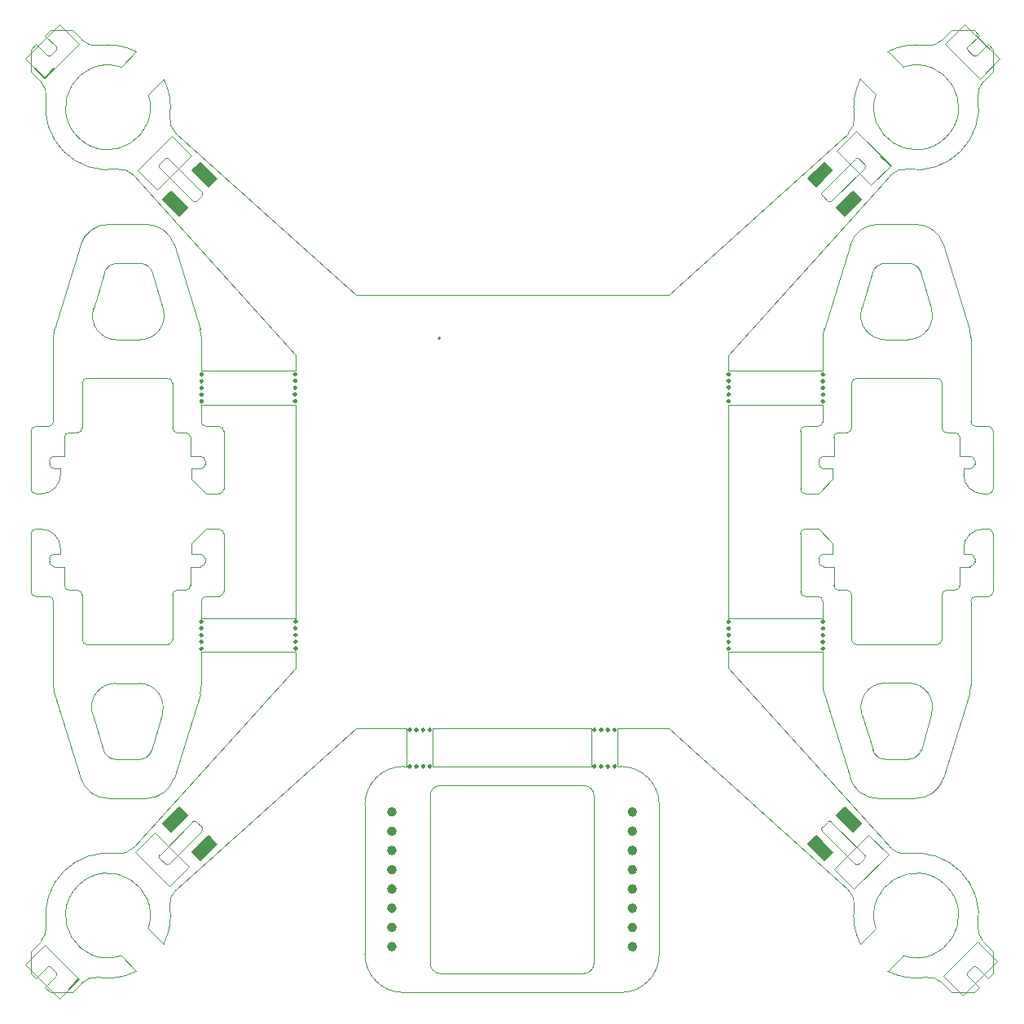
<source format=gbr>
G04 #@! TF.GenerationSoftware,KiCad,Pcbnew,8.99.0-1558-g48f6f837a1*
G04 #@! TF.CreationDate,2024-07-15T18:47:26+03:00*
G04 #@! TF.ProjectId,ESP32 drone,45535033-3220-4647-926f-6e652e6b6963,rev?*
G04 #@! TF.SameCoordinates,Original*
G04 #@! TF.FileFunction,OtherDrawing,Comment*
%FSLAX46Y46*%
G04 Gerber Fmt 4.6, Leading zero omitted, Abs format (unit mm)*
G04 Created by KiCad (PCBNEW 8.99.0-1558-g48f6f837a1) date 2024-07-15 18:47:26*
%MOMM*%
%LPD*%
G01*
G04 APERTURE LIST*
%ADD10C,0.101600*%
%ADD11C,0.250060*%
%ADD12C,0.127000*%
%ADD13C,0.500000*%
%ADD14C,0.000000*%
%ADD15C,0.025400*%
%ADD16C,0.200000*%
G04 #@! TA.AperFunction,Profile*
%ADD17C,0.025400*%
G04 #@! TD*
G04 APERTURE END LIST*
D10*
X93741240Y-119862600D02*
X91691720Y-121912130D01*
X175682910Y-134793740D02*
X177732440Y-136843010D01*
D11*
X163324970Y-72275000D02*
G75*
G02*
X163074910Y-72275000I-125030J0D01*
G01*
X163074910Y-72275000D02*
G75*
G02*
X163324970Y-72275000I125030J0D01*
G01*
X120374480Y-113008410D02*
G75*
G02*
X120124420Y-113008410I-125030J0D01*
G01*
X120124420Y-113008410D02*
G75*
G02*
X120374480Y-113008410I125030J0D01*
G01*
D12*
X164151060Y-121932700D02*
X162473140Y-120254780D01*
D13*
X143647480Y-127742700D02*
G75*
G02*
X143147480Y-127742700I-250000J0D01*
G01*
X143147480Y-127742700D02*
G75*
G02*
X143647480Y-127742700I250000J0D01*
G01*
D10*
X95553790Y-47462690D02*
X91962740Y-51053750D01*
D11*
X122474550Y-109208570D02*
G75*
G02*
X122224490Y-109208570I-125030J0D01*
G01*
X122224490Y-109208570D02*
G75*
G02*
X122474550Y-109208570I125030J0D01*
G01*
D14*
G36*
X100248720Y-51932840D02*
G01*
X99322890Y-52852320D01*
X97557551Y-51085732D01*
X98478340Y-50163730D01*
X100248720Y-51932840D01*
G37*
D11*
X98750030Y-73675000D02*
G75*
G02*
X98499970Y-73675000I-125030J0D01*
G01*
X98499970Y-73675000D02*
G75*
G02*
X98750030Y-73675000I125030J0D01*
G01*
D10*
X181552090Y-39483540D02*
X177961040Y-35892740D01*
D11*
X139577380Y-113008410D02*
G75*
G02*
X139327320Y-113008410I-125030J0D01*
G01*
X139327320Y-113008410D02*
G75*
G02*
X139577380Y-113008410I125030J0D01*
G01*
D12*
X97151190Y-54932830D02*
X95473270Y-53254910D01*
D10*
X91691720Y-121912130D02*
X95282520Y-125503180D01*
D13*
X143647480Y-129742690D02*
G75*
G02*
X143147480Y-129742690I-250000J0D01*
G01*
X143147480Y-129742690D02*
G75*
G02*
X143647480Y-129742690I250000J0D01*
G01*
D12*
X94643710Y-118932710D02*
X95473270Y-119762270D01*
X163321750Y-50254920D02*
X161643830Y-51932840D01*
D11*
X98750030Y-74375000D02*
G75*
G02*
X98499970Y-74375000I-125030J0D01*
G01*
X98499970Y-74375000D02*
G75*
G02*
X98750030Y-74375000I125030J0D01*
G01*
X163325030Y-98675000D02*
G75*
G02*
X163074970Y-98675000I-125030J0D01*
G01*
X163074970Y-98675000D02*
G75*
G02*
X163325030Y-98675000I125030J0D01*
G01*
D12*
X84858610Y-136107930D02*
X85829400Y-135137140D01*
D11*
X108525030Y-99350000D02*
G75*
G02*
X108274970Y-99350000I-125030J0D01*
G01*
X108274970Y-99350000D02*
G75*
G02*
X108525030Y-99350000I125030J0D01*
G01*
X140977430Y-109208570D02*
G75*
G02*
X140727370Y-109208570I-125030J0D01*
G01*
X140727370Y-109208570D02*
G75*
G02*
X140977430Y-109208570I125030J0D01*
G01*
D14*
G36*
X167239682Y-54090550D02*
G01*
X165474343Y-55857138D01*
X164548513Y-54937658D01*
X166318893Y-53168548D01*
X167239682Y-54090550D01*
G37*
D12*
X165473130Y-117254780D02*
X164643820Y-118084350D01*
D11*
X153525030Y-74350000D02*
G75*
G02*
X153274970Y-74350000I-125030J0D01*
G01*
X153274970Y-74350000D02*
G75*
G02*
X153525030Y-74350000I125030J0D01*
G01*
D10*
X164371530Y-123714760D02*
X166421060Y-125764290D01*
D11*
X98725030Y-100050000D02*
G75*
G02*
X98474970Y-100050000I-125030J0D01*
G01*
X98474970Y-100050000D02*
G75*
G02*
X98725030Y-100050000I125030J0D01*
G01*
D12*
X170199560Y-50557180D02*
X169228520Y-49586130D01*
X96321630Y-55762140D02*
X97151190Y-54932830D01*
D13*
X118647530Y-119742710D02*
G75*
G02*
X118147530Y-119742710I-250000J0D01*
G01*
X118147530Y-119742710D02*
G75*
G02*
X118647530Y-119742710I250000J0D01*
G01*
D12*
X99321620Y-52762150D02*
X100151190Y-51932840D01*
D11*
X163325030Y-100775000D02*
G75*
G02*
X163074970Y-100775000I-125030J0D01*
G01*
X163074970Y-100775000D02*
G75*
G02*
X163325030Y-100775000I125030J0D01*
G01*
D13*
X143647480Y-119742710D02*
G75*
G02*
X143147480Y-119742710I-250000J0D01*
G01*
X143147480Y-119742710D02*
G75*
G02*
X143647480Y-119742710I250000J0D01*
G01*
X143647480Y-123742700D02*
G75*
G02*
X143147480Y-123742700I-250000J0D01*
G01*
X143147480Y-123742700D02*
G75*
G02*
X143647480Y-123742700I250000J0D01*
G01*
D12*
X100151190Y-121084340D02*
X99321620Y-120254780D01*
D11*
X163325030Y-97975000D02*
G75*
G02*
X163074970Y-97975000I-125030J0D01*
G01*
X163074970Y-97975000D02*
G75*
G02*
X163325030Y-97975000I125030J0D01*
G01*
D12*
X164643820Y-118084350D02*
X166321740Y-119762270D01*
D11*
X121074500Y-113008410D02*
G75*
G02*
X120824440Y-113008410I-125030J0D01*
G01*
X120824440Y-113008410D02*
G75*
G02*
X121074500Y-113008410I125030J0D01*
G01*
D12*
X167151050Y-54084220D02*
X166321740Y-53254910D01*
X163321750Y-122762260D02*
X164151060Y-121932700D01*
D10*
X83852520Y-35883850D02*
X80261720Y-39474900D01*
D14*
G36*
X167254136Y-118932215D02*
G01*
X166333347Y-119854217D01*
X164562967Y-118085107D01*
X165488797Y-117165627D01*
X167254136Y-118932215D01*
G37*
D11*
X108500030Y-98650000D02*
G75*
G02*
X108249970Y-98650000I-125030J0D01*
G01*
X108249970Y-98650000D02*
G75*
G02*
X108500030Y-98650000I125030J0D01*
G01*
X121074500Y-109208570D02*
G75*
G02*
X120824440Y-109208570I-125030J0D01*
G01*
X120824440Y-109208570D02*
G75*
G02*
X121074500Y-109208570I125030J0D01*
G01*
X122474550Y-113008410D02*
G75*
G02*
X122224490Y-113008410I-125030J0D01*
G01*
X122224490Y-113008410D02*
G75*
G02*
X122474550Y-113008410I125030J0D01*
G01*
D13*
X118647530Y-131742690D02*
G75*
G02*
X118147530Y-131742690I-250000J0D01*
G01*
X118147530Y-131742690D02*
G75*
G02*
X118647530Y-131742690I250000J0D01*
G01*
D10*
X80261720Y-39474900D02*
X82311240Y-41524430D01*
D12*
X162473140Y-120254780D02*
X161643830Y-121084340D01*
D11*
X98725030Y-97975000D02*
G75*
G02*
X98474970Y-97975000I-125030J0D01*
G01*
X98474970Y-97975000D02*
G75*
G02*
X98725030Y-97975000I125030J0D01*
G01*
X153525030Y-75050000D02*
G75*
G02*
X153274970Y-75050000I-125030J0D01*
G01*
X153274970Y-75050000D02*
G75*
G02*
X153525030Y-75050000I125030J0D01*
G01*
D12*
X95473270Y-119762270D02*
X97151190Y-118084350D01*
X100151190Y-51932840D02*
X98473260Y-50254920D01*
D10*
X166421060Y-125764290D02*
X170012110Y-122173240D01*
D12*
X161643830Y-51932840D02*
X162473140Y-52762150D01*
D11*
X153525030Y-72950000D02*
G75*
G02*
X153274970Y-72950000I-125030J0D01*
G01*
X153274970Y-72950000D02*
G75*
G02*
X153525030Y-72950000I125030J0D01*
G01*
X108450030Y-74350000D02*
G75*
G02*
X108199970Y-74350000I-125030J0D01*
G01*
X108199970Y-74350000D02*
G75*
G02*
X108450030Y-74350000I125030J0D01*
G01*
D10*
X166682420Y-46974000D02*
X164632900Y-49023270D01*
D11*
X121774520Y-113008410D02*
G75*
G02*
X121524460Y-113008410I-125030J0D01*
G01*
X121524460Y-113008410D02*
G75*
G02*
X121774520Y-113008410I125030J0D01*
G01*
X120374480Y-109208570D02*
G75*
G02*
X120124420Y-109208570I-125030J0D01*
G01*
X120124420Y-109208570D02*
G75*
G02*
X120374480Y-109208570I125030J0D01*
G01*
D10*
X82311240Y-41524430D02*
X85902040Y-37933380D01*
D12*
X96321630Y-117254780D02*
X94643710Y-118932710D01*
D10*
X82312260Y-131553970D02*
X80262990Y-133603240D01*
D14*
G36*
X164251856Y-121933225D02*
G01*
X163331067Y-122855227D01*
X161560687Y-121086117D01*
X162486517Y-120166637D01*
X164251856Y-121933225D01*
G37*
D10*
X85902040Y-37933380D02*
X83852520Y-35883850D01*
D11*
X153525030Y-97975000D02*
G75*
G02*
X153274970Y-97975000I-125030J0D01*
G01*
X153274970Y-97975000D02*
G75*
G02*
X153525030Y-97975000I125030J0D01*
G01*
D13*
X118647530Y-129742690D02*
G75*
G02*
X118147530Y-129742690I-250000J0D01*
G01*
X118147530Y-129742690D02*
G75*
G02*
X118647530Y-129742690I250000J0D01*
G01*
D11*
X108525030Y-100050000D02*
G75*
G02*
X108274970Y-100050000I-125030J0D01*
G01*
X108274970Y-100050000D02*
G75*
G02*
X108525030Y-100050000I125030J0D01*
G01*
D12*
X162473140Y-52762150D02*
X164151060Y-51084230D01*
D11*
X153525030Y-100775000D02*
G75*
G02*
X153274970Y-100775000I-125030J0D01*
G01*
X153274970Y-100775000D02*
G75*
G02*
X153525030Y-100775000I125030J0D01*
G01*
D10*
X175911770Y-37942010D02*
X179502570Y-41533060D01*
D13*
X118647530Y-125742700D02*
G75*
G02*
X118147530Y-125742700I-250000J0D01*
G01*
X118147530Y-125742700D02*
G75*
G02*
X118647530Y-125742700I250000J0D01*
G01*
D11*
X163325030Y-72975000D02*
G75*
G02*
X163074970Y-72975000I-125030J0D01*
G01*
X163074970Y-72975000D02*
G75*
G02*
X163325030Y-72975000I125030J0D01*
G01*
D12*
X162284920Y-51291490D02*
X163943800Y-51291490D01*
D11*
X141677460Y-109208570D02*
G75*
G02*
X141427400Y-109208570I-125030J0D01*
G01*
X141427400Y-109208570D02*
G75*
G02*
X141677460Y-109208570I125030J0D01*
G01*
D13*
X118647530Y-127742700D02*
G75*
G02*
X118147530Y-127742700I-250000J0D01*
G01*
X118147530Y-127742700D02*
G75*
G02*
X118647530Y-127742700I250000J0D01*
G01*
D12*
X164151060Y-51084230D02*
X163321750Y-50254920D01*
D15*
X119597430Y-136508490D02*
G75*
G02*
X115597410Y-132508500I-30J3999990D01*
G01*
D12*
X166321740Y-119762270D02*
X167151050Y-118932710D01*
D10*
X177961040Y-35892740D02*
X175911770Y-37942010D01*
D11*
X108475030Y-73650000D02*
G75*
G02*
X108224970Y-73650000I-125030J0D01*
G01*
X108224970Y-73650000D02*
G75*
G02*
X108475030Y-73650000I125030J0D01*
G01*
X163325030Y-75075000D02*
G75*
G02*
X163074970Y-75075000I-125030J0D01*
G01*
X163074970Y-75075000D02*
G75*
G02*
X163325030Y-75075000I125030J0D01*
G01*
X163325030Y-74375000D02*
G75*
G02*
X163074970Y-74375000I-125030J0D01*
G01*
X163074970Y-74375000D02*
G75*
G02*
X163325030Y-74375000I125030J0D01*
G01*
D10*
X181323240Y-133252210D02*
X179273710Y-131202680D01*
X170012110Y-122173240D02*
X167962580Y-120123970D01*
D11*
X153525030Y-72250000D02*
G75*
G02*
X153274970Y-72250000I-125030J0D01*
G01*
X153274970Y-72250000D02*
G75*
G02*
X153525030Y-72250000I125030J0D01*
G01*
X140277410Y-113008410D02*
G75*
G02*
X140027350Y-113008410I-125030J0D01*
G01*
X140027350Y-113008410D02*
G75*
G02*
X140277410Y-113008410I125030J0D01*
G01*
D12*
X99321620Y-120254780D02*
X97643700Y-121932700D01*
D11*
X139577380Y-109208570D02*
G75*
G02*
X139327320Y-109208570I-125030J0D01*
G01*
X139327320Y-109208570D02*
G75*
G02*
X139577380Y-109208570I125030J0D01*
G01*
X108525030Y-97950000D02*
G75*
G02*
X108274970Y-97950000I-125030J0D01*
G01*
X108274970Y-97950000D02*
G75*
G02*
X108525030Y-97950000I125030J0D01*
G01*
D10*
X91962740Y-51053750D02*
X94012260Y-53103020D01*
D12*
X94643710Y-54084220D02*
X96321630Y-55762140D01*
D13*
X118647530Y-121742710D02*
G75*
G02*
X118147530Y-121742710I-250000J0D01*
G01*
X118147530Y-121742710D02*
G75*
G02*
X118647530Y-121742710I250000J0D01*
G01*
D10*
X94012260Y-53103020D02*
X97603310Y-49512220D01*
X83853790Y-137194290D02*
X85903310Y-135144760D01*
D11*
X141677460Y-113008410D02*
G75*
G02*
X141427400Y-113008410I-125030J0D01*
G01*
X141427400Y-113008410D02*
G75*
G02*
X141677460Y-113008410I125030J0D01*
G01*
D12*
X98473260Y-122762260D02*
X100151190Y-121084340D01*
D15*
X146197580Y-132508500D02*
G75*
G02*
X142197590Y-136508480I-3999980J0D01*
G01*
D13*
X118647530Y-123742700D02*
G75*
G02*
X118147530Y-123742700I-250000J0D01*
G01*
X118147530Y-123742700D02*
G75*
G02*
X118647530Y-123742700I250000J0D01*
G01*
X118647530Y-117742720D02*
G75*
G02*
X118147530Y-117742720I-250000J0D01*
G01*
X118147530Y-117742720D02*
G75*
G02*
X118647530Y-117742720I250000J0D01*
G01*
D10*
X85903310Y-135144760D02*
X82312260Y-131553970D01*
D11*
X163325030Y-99375000D02*
G75*
G02*
X163074970Y-99375000I-125030J0D01*
G01*
X163074970Y-99375000D02*
G75*
G02*
X163325030Y-99375000I125030J0D01*
G01*
X140277410Y-109208570D02*
G75*
G02*
X140027350Y-109208570I-125030J0D01*
G01*
X140027350Y-109208570D02*
G75*
G02*
X140277410Y-109208570I125030J0D01*
G01*
D10*
X164632900Y-49023270D02*
X168223950Y-52614320D01*
D11*
X121774520Y-109208570D02*
G75*
G02*
X121524460Y-109208570I-125030J0D01*
G01*
X121524460Y-109208570D02*
G75*
G02*
X121774520Y-109208570I125030J0D01*
G01*
D14*
G36*
X97246440Y-54933850D02*
G01*
X96320610Y-55853330D01*
X94555271Y-54086742D01*
X95476060Y-53164740D01*
X97246440Y-54933850D01*
G37*
D11*
X98750030Y-72975000D02*
G75*
G02*
X98499970Y-72975000I-125030J0D01*
G01*
X98499970Y-72975000D02*
G75*
G02*
X98750030Y-72975000I125030J0D01*
G01*
D15*
X119597430Y-136508490D02*
G75*
G02*
X115597410Y-132508500I-30J3999990D01*
G01*
D13*
X143647480Y-131742690D02*
G75*
G02*
X143147480Y-131742690I-250000J0D01*
G01*
X143147480Y-131742690D02*
G75*
G02*
X143647480Y-131742690I250000J0D01*
G01*
D12*
X167151050Y-118932710D02*
X165473130Y-117254780D01*
D10*
X179502570Y-41533060D02*
X181552090Y-39483540D01*
D12*
X166321740Y-53254910D02*
X164643820Y-54932830D01*
D10*
X170273220Y-50564800D02*
X166682420Y-46974000D01*
D11*
X140977430Y-113008410D02*
G75*
G02*
X140727370Y-113008410I-125030J0D01*
G01*
X140727370Y-113008410D02*
G75*
G02*
X140977430Y-113008410I125030J0D01*
G01*
D10*
X168223950Y-52614320D02*
X170273220Y-50564800D01*
X95282520Y-125503180D02*
X97332040Y-123453650D01*
X97603310Y-49512220D02*
X95553790Y-47462690D01*
D11*
X98725030Y-98650000D02*
G75*
G02*
X98474970Y-98650000I-125030J0D01*
G01*
X98474970Y-98650000D02*
G75*
G02*
X98725030Y-98650000I125030J0D01*
G01*
D12*
X164643820Y-54932830D02*
X165473130Y-55762140D01*
X161643830Y-121084340D02*
X163321750Y-122762260D01*
D11*
X98750030Y-75075000D02*
G75*
G02*
X98499970Y-75075000I-125030J0D01*
G01*
X98499970Y-75075000D02*
G75*
G02*
X98750030Y-75075000I125030J0D01*
G01*
D12*
X97643700Y-51084230D02*
X99321620Y-52762150D01*
D10*
X179273710Y-131202680D02*
X175682910Y-134793740D01*
D11*
X153525030Y-98675000D02*
G75*
G02*
X153274970Y-98675000I-125030J0D01*
G01*
X153274970Y-98675000D02*
G75*
G02*
X153525030Y-98675000I125030J0D01*
G01*
X98725030Y-100775000D02*
G75*
G02*
X98474970Y-100775000I-125030J0D01*
G01*
X98474970Y-100775000D02*
G75*
G02*
X98725030Y-100775000I125030J0D01*
G01*
D10*
X167962580Y-120123970D02*
X164371530Y-123714760D01*
D14*
G36*
X164237402Y-51089540D02*
G01*
X162472063Y-52856128D01*
X161546233Y-51936648D01*
X163316613Y-50167538D01*
X164237402Y-51089540D01*
G37*
D11*
X98725030Y-99375000D02*
G75*
G02*
X98474970Y-99375000I-125030J0D01*
G01*
X98474970Y-99375000D02*
G75*
G02*
X98725030Y-99375000I125030J0D01*
G01*
X153525030Y-73625000D02*
G75*
G02*
X153274970Y-73625000I-125030J0D01*
G01*
X153274970Y-73625000D02*
G75*
G02*
X153525030Y-73625000I125030J0D01*
G01*
X108475030Y-72950000D02*
G75*
G02*
X108224970Y-72950000I-125030J0D01*
G01*
X108224970Y-72950000D02*
G75*
G02*
X108475030Y-72950000I125030J0D01*
G01*
X108475030Y-75050000D02*
G75*
G02*
X108224970Y-75050000I-125030J0D01*
G01*
X108224970Y-75050000D02*
G75*
G02*
X108475030Y-75050000I125030J0D01*
G01*
D12*
X81348080Y-40479730D02*
X82318860Y-41450510D01*
X97151190Y-118084350D02*
X96321630Y-117254780D01*
D11*
X163325030Y-100075000D02*
G75*
G02*
X163074970Y-100075000I-125030J0D01*
G01*
X163074970Y-100075000D02*
G75*
G02*
X163325030Y-100075000I125030J0D01*
G01*
D12*
X95473270Y-53254910D02*
X94643710Y-54084220D01*
D11*
X108524970Y-100750000D02*
G75*
G02*
X108274910Y-100750000I-125030J0D01*
G01*
X108274910Y-100750000D02*
G75*
G02*
X108524970Y-100750000I125030J0D01*
G01*
D14*
G36*
X100243113Y-121084207D02*
G01*
X98476525Y-122849546D01*
X97554523Y-121928757D01*
X99323633Y-120158377D01*
X100243113Y-121084207D01*
G37*
D10*
X177732440Y-136843010D02*
X181323240Y-133252210D01*
D11*
X98750030Y-72275000D02*
G75*
G02*
X98499970Y-72275000I-125030J0D01*
G01*
X98499970Y-72275000D02*
G75*
G02*
X98750030Y-72275000I125030J0D01*
G01*
X163325030Y-73675000D02*
G75*
G02*
X163074970Y-73675000I-125030J0D01*
G01*
X163074970Y-73675000D02*
G75*
G02*
X163325030Y-73675000I125030J0D01*
G01*
D12*
X82318860Y-41450510D02*
X83289650Y-40479730D01*
D14*
G36*
X97242103Y-118081927D02*
G01*
X95475515Y-119847266D01*
X94553513Y-118926477D01*
X96322623Y-117156097D01*
X97242103Y-118081927D01*
G37*
D12*
X98473260Y-50254920D02*
X97643700Y-51084230D01*
D11*
X153525030Y-99375000D02*
G75*
G02*
X153274970Y-99375000I-125030J0D01*
G01*
X153274970Y-99375000D02*
G75*
G02*
X153525030Y-99375000I125030J0D01*
G01*
D10*
X80262990Y-133603240D02*
X83853790Y-137194290D01*
D12*
X165473130Y-55762140D02*
X167151050Y-54084220D01*
D13*
X143647480Y-121742710D02*
G75*
G02*
X143147480Y-121742710I-250000J0D01*
G01*
X143147480Y-121742710D02*
G75*
G02*
X143647480Y-121742710I250000J0D01*
G01*
D12*
X97643700Y-121932700D02*
X98473260Y-122762260D01*
D13*
X143647480Y-125742700D02*
G75*
G02*
X143147480Y-125742700I-250000J0D01*
G01*
X143147480Y-125742700D02*
G75*
G02*
X143647480Y-125742700I250000J0D01*
G01*
D15*
X146197580Y-132508500D02*
G75*
G02*
X142197590Y-136508480I-3999980J0D01*
G01*
D13*
X143647480Y-117742720D02*
G75*
G02*
X143147480Y-117742720I-250000J0D01*
G01*
X143147480Y-117742720D02*
G75*
G02*
X143647480Y-117742720I250000J0D01*
G01*
D10*
X97332040Y-123453650D02*
X93741240Y-119862600D01*
D11*
X108475030Y-72250000D02*
G75*
G02*
X108224970Y-72250000I-125030J0D01*
G01*
X108224970Y-72250000D02*
G75*
G02*
X108475030Y-72250000I125030J0D01*
G01*
X153525030Y-100075000D02*
G75*
G02*
X153274970Y-100075000I-125030J0D01*
G01*
X153274970Y-100075000D02*
G75*
G02*
X153525030Y-100075000I125030J0D01*
G01*
D16*
X123422269Y-68500750D02*
G75*
G02*
X123222231Y-68500750I-100019J0D01*
G01*
X123222231Y-68500750D02*
G75*
G02*
X123422269Y-68500750I100019J0D01*
G01*
D17*
X89744997Y-112289635D02*
G75*
G02*
X88445021Y-111346061I-19997J1339735D01*
G01*
X95102180Y-72673720D02*
G75*
G02*
X95602080Y-73173590I20J-499880D01*
G01*
X81961740Y-88343230D02*
G75*
G02*
X83961670Y-90343230I-40J-1999970D01*
G01*
X83961740Y-82673700D02*
X83961740Y-82073750D01*
X108397550Y-97616520D02*
X98602300Y-97616520D01*
X177433230Y-94193360D02*
G75*
G02*
X176933360Y-94693230I-499830J-40D01*
G01*
X97461580Y-92243400D02*
X97461580Y-94193360D01*
X81437740Y-37968170D02*
X80897480Y-38508430D01*
X83961740Y-90943430D02*
X83961740Y-90343230D01*
X97461580Y-78823570D02*
X97461580Y-80773780D01*
X167531290Y-50441860D02*
G75*
G02*
X167549544Y-50794377I-168190J-185440D01*
G01*
X82470500Y-129480560D02*
G75*
G02*
X89824572Y-122074857I6427000J972060D01*
G01*
X163283400Y-82073750D02*
G75*
G02*
X162783250Y-81573620I0J500150D01*
G01*
X146197580Y-132508500D02*
G75*
G02*
X142197590Y-136508480I-3999980J0D01*
G01*
X82811620Y-91743280D02*
X82811620Y-91443300D01*
X98602300Y-104580940D02*
X98602300Y-101116380D01*
X164070152Y-54276373D02*
G75*
G02*
X163717410Y-54258021I-167152J186373D01*
G01*
X162733230Y-84673690D02*
X164233360Y-83173570D01*
X96102170Y-78323690D02*
G75*
G02*
X95602110Y-77823570I30J500090D01*
G01*
X98467930Y-67549010D02*
G75*
G02*
X98602064Y-68435980I-2865630J-886990D01*
G01*
X98665118Y-53335878D02*
G75*
G02*
X98646740Y-53688591I-186418J-167122D01*
G01*
X176602900Y-136508490D02*
X178897540Y-136508490D01*
X180397410Y-88343230D02*
G75*
G02*
X180897570Y-88843360I-10J-500170D01*
G01*
X100425760Y-77673710D02*
X99102170Y-77673710D01*
X95183460Y-123160540D02*
G75*
G02*
X94830706Y-123142199I-167160J186440D01*
G01*
X94263720Y-122575070D02*
X94830727Y-123142180D01*
X179833270Y-84673690D02*
G75*
G02*
X177833310Y-82673700I30J1999990D01*
G01*
X81397610Y-95343220D02*
G75*
G02*
X80897680Y-94843350I-10J499920D01*
G01*
X178264570Y-134794750D02*
G75*
G02*
X178273645Y-134433005I176830J176550D01*
G01*
X153397460Y-101116380D02*
X163192720Y-101116380D01*
X83311500Y-90943430D02*
X83961740Y-90943430D01*
X81397610Y-84673690D02*
X81961740Y-84673690D01*
X108397550Y-101116380D02*
X108397550Y-102768910D01*
X82720950Y-95343220D02*
G75*
G02*
X83220980Y-95843340I-50J-500080D01*
G01*
X99011740Y-91443300D02*
X99011740Y-91743280D01*
X166692840Y-100343210D02*
G75*
G02*
X166192890Y-99843340I-40J499910D01*
G01*
X84361530Y-92243400D02*
X83311500Y-92243400D01*
X139397490Y-133508500D02*
G75*
G02*
X138397490Y-134508490I-999990J0D01*
G01*
X88932770Y-116340890D02*
G75*
G02*
X86066922Y-114227850I30J2999990D01*
G01*
X123397520Y-134508490D02*
G75*
G02*
X122397510Y-133508500I-20J999990D01*
G01*
X172862240Y-56676040D02*
X168904420Y-56676040D01*
X160869130Y-88843360D02*
X160869130Y-94843350D01*
X178573940Y-77173580D02*
X178573940Y-68435980D01*
X98602300Y-75400410D02*
X108397550Y-75400410D01*
X171974260Y-122074430D02*
G75*
G02*
X170202729Y-121433197I-285260J1979630D01*
G01*
X100925890Y-94843350D02*
G75*
G02*
X100425760Y-95343390I-500090J50D01*
G01*
X141847570Y-109008420D02*
X147157950Y-109008420D01*
X95602300Y-95193360D02*
G75*
G02*
X96102170Y-94693500I499900J-40D01*
G01*
X174470000Y-65400000D02*
G75*
G02*
X172081948Y-68639217I-2388100J-739300D01*
G01*
X172081952Y-60719530D02*
G75*
G02*
X173381999Y-61663082I20048J-1339770D01*
G01*
X175573950Y-73173590D02*
X175573950Y-77823570D01*
X82357220Y-37048950D02*
X83530440Y-38222170D01*
X95602300Y-73173590D02*
X95602300Y-77823570D01*
X83355180Y-105467910D02*
G75*
G02*
X83221048Y-104580940I2865820J887010D01*
G01*
X139397490Y-116008400D02*
X139397490Y-133508500D01*
X173392929Y-111321817D02*
G75*
G02*
X172092933Y-112265400I-1280029J396217D01*
G01*
X95102180Y-100343210D02*
X86720940Y-100343210D01*
X178483260Y-80773780D02*
G75*
G02*
X178983220Y-81273650I40J-499920D01*
G01*
X86203290Y-37519610D02*
X85192110Y-36508440D01*
X86221070Y-99843340D02*
X86221070Y-95193360D01*
X100425760Y-77673710D02*
G75*
G02*
X100925690Y-78173580I40J-499890D01*
G01*
X179833270Y-84673690D02*
X180397410Y-84673690D01*
X86720940Y-72673720D02*
X95102180Y-72673720D01*
X166692840Y-72673720D02*
X175073820Y-72673720D01*
X85720940Y-94693230D02*
G75*
G02*
X86221070Y-95193360I-40J-500170D01*
G01*
X89780000Y-68659870D02*
G75*
G02*
X87391948Y-65420705I0J2499870D01*
G01*
X108397550Y-75400410D02*
X108397550Y-97616520D01*
X98602300Y-101116380D02*
X108397550Y-101116380D01*
X86221070Y-77823570D02*
X86221070Y-73173590D01*
X87925410Y-38081460D02*
G75*
G02*
X91858619Y-38722012I972090J-6426940D01*
G01*
X83221070Y-77173580D02*
G75*
G02*
X82720950Y-77673770I-500170J-20D01*
G01*
X167531290Y-50441860D02*
G75*
G02*
X166964112Y-49874679I5365910J5933060D01*
G01*
X89839997Y-60740235D02*
X92230004Y-60740235D01*
X180357020Y-135048750D02*
X180897530Y-134508490D01*
X89820750Y-50942490D02*
G75*
G02*
X91592293Y-51583711I285250J-1979710D01*
G01*
X84361530Y-80773780D02*
X84361530Y-78823570D01*
X177833280Y-90343230D02*
X177833280Y-90943430D01*
X153397460Y-75400410D02*
X163192720Y-75400410D01*
X99011740Y-81573620D02*
G75*
G02*
X98511620Y-82073740I-500140J20D01*
G01*
X108397550Y-102768910D02*
X91592150Y-121433080D01*
X97461580Y-94193360D02*
G75*
G02*
X96961710Y-94693280I-499880J-40D01*
G01*
X178573940Y-104580940D02*
X178573940Y-95843340D01*
X98511620Y-92243400D02*
X97461580Y-92243400D01*
X163192720Y-68435980D02*
G75*
G02*
X163326843Y-67549014I2999980J-20D01*
G01*
X95183510Y-123160585D02*
X98661496Y-119677256D01*
X163192720Y-97616520D02*
X153397460Y-97616520D01*
X82471520Y-129485900D02*
G75*
G02*
X81908689Y-131202719I-1977120J-302500D01*
G01*
X91592150Y-121433080D02*
G75*
G02*
X89820779Y-122074233I-1486150J1338380D01*
G01*
X141847570Y-113008410D02*
X141847570Y-109008420D01*
X122397520Y-116008400D02*
G75*
G02*
X123397520Y-115008420I999980J0D01*
G01*
X179183800Y-133875530D02*
X180357020Y-135048750D01*
X84361530Y-78823570D02*
G75*
G02*
X84861660Y-78323430I500170J-30D01*
G01*
X83530440Y-134795010D02*
X82357220Y-135968230D01*
X99061530Y-84673690D02*
X100425760Y-84673690D01*
X82811620Y-81273650D02*
G75*
G02*
X83311500Y-80773720I499880J50D01*
G01*
X168391949Y-61663098D02*
G75*
G02*
X169691944Y-60719580I1279951J-396202D01*
G01*
X85720940Y-94693230D02*
X84861660Y-94693230D01*
X94618052Y-65420705D02*
X93530000Y-61683803D01*
X164233360Y-89843360D02*
X162733230Y-88343230D01*
X164233360Y-82073750D02*
X163283400Y-82073750D01*
X98511620Y-82073750D02*
X97561660Y-82073750D01*
X82811620Y-81573620D02*
X82811620Y-81273650D01*
X98643256Y-119324741D02*
X98076249Y-118757631D01*
X179437800Y-135968230D02*
X178264570Y-134795010D01*
X82720950Y-77673710D02*
X81397610Y-77673710D01*
X168711880Y-43151300D02*
X167110160Y-41549570D01*
X80897480Y-78173580D02*
G75*
G02*
X81397610Y-77673480I500120J-20D01*
G01*
X163192720Y-75400410D02*
X163192720Y-77173580D01*
X162783270Y-91743280D02*
X162783270Y-91443300D01*
X180897530Y-134508490D02*
X180897530Y-132213860D01*
X169691945Y-60719530D02*
X172081952Y-60719530D01*
X166192710Y-99843340D02*
X166192710Y-95193360D01*
X122647460Y-109008420D02*
X122647460Y-113008410D01*
X165822130Y-125813820D02*
G75*
G02*
X166463325Y-127585197I-1338330J-1486180D01*
G01*
X164333430Y-80773780D02*
X164333430Y-78823570D01*
X176933360Y-78323690D02*
G75*
G02*
X177433310Y-78823570I40J-499910D01*
G01*
X179886360Y-131202680D02*
G75*
G02*
X179323542Y-129485906I1414240J1414280D01*
G01*
X94684850Y-41549570D02*
X93082880Y-43151300D01*
X170202860Y-121433080D02*
X153397460Y-102768910D01*
X178983390Y-81573620D02*
G75*
G02*
X178483260Y-82073690I-500090J20D01*
G01*
X80897480Y-88843360D02*
X80897480Y-94843350D01*
X166192710Y-77823570D02*
X166192710Y-73173590D01*
X97561660Y-83173570D02*
X99061530Y-84673690D01*
X119947440Y-109008420D02*
X119947440Y-113008410D01*
X171540430Y-132693920D02*
X169938450Y-134295900D01*
X94830900Y-49874680D02*
G75*
G02*
X94267926Y-50436653I-5925200J5372780D01*
G01*
X81961740Y-88343230D02*
X81397610Y-88343230D01*
X146197580Y-132508500D02*
X146197580Y-117008400D01*
X165692840Y-94693230D02*
X164833300Y-94693230D01*
X179437800Y-37048950D02*
X178897540Y-36508440D01*
X162692850Y-95343220D02*
G75*
G02*
X163192880Y-95843340I-50J-500080D01*
G01*
X167110162Y-131467609D02*
G75*
G02*
X166463985Y-127581411I5787338J2959109D01*
G01*
X87920070Y-38082470D02*
G75*
G02*
X86203265Y-37519635I-302470J1977170D01*
G01*
X161369250Y-84673690D02*
X162733230Y-84673690D01*
X98511620Y-90943430D02*
G75*
G02*
X99011470Y-91443300I-20J-499870D01*
G01*
X99102170Y-95343220D02*
X100425760Y-95343220D01*
X99011740Y-91743280D02*
G75*
G02*
X98511620Y-92243440I-500140J-20D01*
G01*
X85192110Y-36508440D02*
X82897480Y-36508440D01*
X165822130Y-47203110D02*
X147157950Y-64008510D01*
X87296948Y-107609165D02*
X88445001Y-111346067D01*
X177433230Y-92243400D02*
X177433230Y-94193360D01*
X142197590Y-113008410D02*
G75*
G02*
X146197590Y-117008400I10J-3999990D01*
G01*
X166038790Y-58789060D02*
G75*
G02*
X168904420Y-56676269I2865610J-886940D01*
G01*
X168904420Y-116340890D02*
X172862240Y-116340890D01*
X163192720Y-68435980D02*
X163192720Y-71900540D01*
X82897480Y-36508440D02*
X82357220Y-37048950D01*
X93082110Y-43148760D02*
G75*
G02*
X90249788Y-40321395I-4184650J-1359660D01*
G01*
X81908650Y-131202680D02*
X80897480Y-132213860D01*
X88540001Y-61683803D02*
G75*
G02*
X89839997Y-60740235I1279999J-396197D01*
G01*
X80897480Y-78173580D02*
X80897480Y-84173570D01*
X167549640Y-122222455D02*
X164066311Y-118744469D01*
X87391948Y-65420705D02*
X88540001Y-61683803D01*
X84361530Y-94193360D02*
X84361530Y-92243400D01*
X166192710Y-77823570D02*
G75*
G02*
X165692840Y-78323510I-499910J-30D01*
G01*
X163192720Y-101116380D02*
X163192720Y-104580940D01*
X175573950Y-95193360D02*
X175573950Y-99843340D01*
X123247410Y-64008510D02*
X138547610Y-64008510D01*
X153397460Y-71900540D02*
X153397460Y-70248020D01*
X88932770Y-116340890D02*
X92890340Y-116340890D01*
X167549330Y-122222510D02*
G75*
G02*
X167531050Y-122575055I-186230J-167090D01*
G01*
X171981630Y-122073420D02*
G75*
G02*
X179322745Y-129491742I915970J-6435080D01*
G01*
X83355180Y-105467910D02*
X86066890Y-114228120D01*
X95972890Y-125813820D02*
X114637060Y-109008420D01*
X83961740Y-82673700D02*
G75*
G02*
X81961740Y-84673740I-2000040J0D01*
G01*
X83311500Y-82073750D02*
G75*
G02*
X82811350Y-81573620I0J500150D01*
G01*
X94830900Y-49874680D02*
G75*
G02*
X95183388Y-49856470I185400J-168120D01*
G01*
X162783270Y-81273650D02*
G75*
G02*
X163283400Y-80773570I500130J-50D01*
G01*
X177833280Y-90343230D02*
G75*
G02*
X179833270Y-88343180I2000020J30D01*
G01*
X178573940Y-104580940D02*
G75*
G02*
X178439814Y-105467905I-3000040J40D01*
G01*
X92890340Y-56676040D02*
X88932770Y-56676040D01*
X84861660Y-94693230D02*
G75*
G02*
X84361870Y-94193360I40J499830D01*
G01*
X122647460Y-113008410D02*
X139147550Y-113008410D01*
X81397610Y-84673690D02*
G75*
G02*
X80897510Y-84173570I-10J500090D01*
G01*
X97561660Y-90943430D02*
X98511620Y-90943430D01*
X169702926Y-112265385D02*
X172092933Y-112265385D01*
X81397610Y-95343220D02*
X82720950Y-95343220D01*
X119597430Y-136508490D02*
X142197590Y-136508490D01*
X178983390Y-91443300D02*
X178983390Y-91743280D01*
X163283400Y-90943430D02*
X164233360Y-90943430D01*
X177433230Y-80773780D02*
X178483260Y-80773780D01*
X167243896Y-65400000D02*
X168391949Y-61663098D01*
X177833280Y-90943430D02*
X178483260Y-90943430D01*
X83221070Y-95843340D02*
X83221070Y-104580940D01*
X98602300Y-71900540D02*
X98602300Y-68435980D01*
X90254590Y-40323010D02*
X91856560Y-38721030D01*
X160869130Y-88843360D02*
G75*
G02*
X161369250Y-88343230I500170J-40D01*
G01*
X180897530Y-94843350D02*
G75*
G02*
X180397410Y-95343430I-500130J50D01*
G01*
X98643256Y-119324741D02*
G75*
G02*
X98661521Y-119677278I-168256J-185459D01*
G01*
X171537890Y-40323770D02*
G75*
G02*
X168710544Y-43156180I1359710J-4184630D01*
G01*
X82971140Y-39134800D02*
G75*
G02*
X83523847Y-38582097I5926260J-5373600D01*
G01*
X138397490Y-115008410D02*
G75*
G02*
X139397490Y-116008400I10J-999990D01*
G01*
X83526630Y-38218110D02*
G75*
G02*
X83521602Y-38584177I-173130J-180690D01*
G01*
X163151814Y-53692484D02*
X163718821Y-54259594D01*
X108397550Y-70248020D02*
X108397550Y-71900540D01*
X83311500Y-80773780D02*
X84361530Y-80773780D01*
X166964110Y-123142250D02*
G75*
G02*
X166611620Y-123160474I-185410J168150D01*
G01*
X178983390Y-91743280D02*
G75*
G02*
X178483260Y-92243390I-500090J-20D01*
G01*
X178983390Y-81273650D02*
X178983390Y-81573620D01*
X163713796Y-118762709D02*
G75*
G02*
X164066285Y-118744498I185404J-168191D01*
G01*
X80897480Y-40803070D02*
X81908650Y-41814240D01*
X83523840Y-134434830D02*
G75*
G02*
X82971137Y-133882134I5373660J5926430D01*
G01*
X178573940Y-95843340D02*
G75*
G02*
X179073810Y-95343440I499860J40D01*
G01*
X163151814Y-53692484D02*
G75*
G02*
X163133624Y-53340014I168186J185384D01*
G01*
X92135000Y-104370000D02*
X89685000Y-104370000D01*
X179886360Y-41814240D02*
X180897530Y-40803070D01*
X97561660Y-82073750D02*
X97561660Y-83173570D01*
X97461580Y-80773780D02*
X98511620Y-80773780D01*
X95756230Y-114227860D02*
G75*
G02*
X92890340Y-116340942I-2865930J886960D01*
G01*
X94245430Y-50794410D02*
G75*
G02*
X94263687Y-50441824I186470J167110D01*
G01*
X179073810Y-77673710D02*
G75*
G02*
X178573690Y-77173580I-10J500110D01*
G01*
X100925890Y-84173570D02*
G75*
G02*
X100425760Y-84673690I-500090J-30D01*
G01*
X83311500Y-92243400D02*
G75*
G02*
X82811400Y-91743280I0J500100D01*
G01*
X180897530Y-84173570D02*
G75*
G02*
X180397410Y-84673730I-500130J-30D01*
G01*
X170202860Y-51583840D02*
G75*
G02*
X171974231Y-50942689I1486140J-1338360D01*
G01*
X114637060Y-64008510D02*
X95972890Y-47203110D01*
X178264570Y-38222170D02*
X179437800Y-37048950D01*
X162783270Y-91443300D02*
G75*
G02*
X163283400Y-90943170I500130J0D01*
G01*
X83961740Y-82073750D02*
X83311500Y-82073750D01*
X178271155Y-38582107D02*
G75*
G02*
X178821809Y-39132547I-5373455J-5926193D01*
G01*
X176073820Y-78323690D02*
X176933360Y-78323690D01*
X169702926Y-112265385D02*
G75*
G02*
X168402889Y-111321830I-20026J1339785D01*
G01*
X122397520Y-133508500D02*
X122397520Y-116008400D01*
X97724918Y-118740852D02*
G75*
G02*
X98077690Y-118759177I167182J-186348D01*
G01*
X161369250Y-95343220D02*
X162692850Y-95343220D01*
X163283400Y-92243400D02*
G75*
G02*
X162783300Y-91743280I0J500100D01*
G01*
X98602300Y-97616520D02*
X98602300Y-95843340D01*
X98602300Y-77173580D02*
X98602300Y-75400410D01*
X95331540Y-127585220D02*
G75*
G02*
X95972790Y-125813708I1979660J285220D01*
G01*
X178273460Y-38584120D02*
G75*
G02*
X178264661Y-38222261I167940J185120D01*
G01*
X169938450Y-38721030D02*
X171540430Y-40323010D01*
X178483260Y-90943430D02*
G75*
G02*
X178983170Y-91443300I40J-499870D01*
G01*
X164333430Y-78823570D02*
G75*
G02*
X164833300Y-78323730I499870J-30D01*
G01*
X92135000Y-104370000D02*
G75*
G02*
X94523089Y-107609177I0J-2499900D01*
G01*
X163129907Y-119681047D02*
G75*
G02*
X163148263Y-119328309I186393J167147D01*
G01*
X175073820Y-100343210D02*
X166692840Y-100343210D01*
X177433230Y-78823570D02*
X177433230Y-80773780D01*
X180397410Y-77673710D02*
X179073810Y-77673710D01*
X115597440Y-117008400D02*
G75*
G02*
X119597430Y-113008440I3999960J0D01*
G01*
X153397460Y-97616520D02*
X153397460Y-75400410D01*
X178821850Y-133884420D02*
G75*
G02*
X179183741Y-133875589I185150J-167880D01*
G01*
X98602300Y-104580940D02*
G75*
G02*
X98468150Y-105467977I-3000000J40D01*
G01*
X86221070Y-73173590D02*
G75*
G02*
X86720940Y-72673770I499830J-10D01*
G01*
X164833300Y-94693230D02*
G75*
G02*
X164333470Y-94193360I0J499830D01*
G01*
X82611220Y-133875530D02*
G75*
G02*
X82972888Y-133884675I176480J-176770D01*
G01*
X147157950Y-109008420D02*
X165822130Y-125813820D01*
X161369250Y-84673690D02*
G75*
G02*
X160869210Y-84173570I50J500090D01*
G01*
X98081229Y-54254216D02*
G75*
G02*
X97728718Y-54272451I-185429J168216D01*
G01*
X86066890Y-58789060D02*
G75*
G02*
X88932770Y-56676194I2865910J-887240D01*
G01*
X100425760Y-88343230D02*
X99061530Y-88343230D01*
X164233360Y-83173570D02*
X164233360Y-82073750D01*
X167254877Y-107584915D02*
X168402930Y-111321817D01*
X92230000Y-68659870D02*
X89780000Y-68659870D01*
X93082880Y-129865630D02*
X94684850Y-131467610D01*
X175573950Y-95193360D02*
G75*
G02*
X176073820Y-94693550I499850J-40D01*
G01*
X165692840Y-94693230D02*
G75*
G02*
X166192970Y-95193360I-40J-500170D01*
G01*
X163192720Y-77173580D02*
G75*
G02*
X162692850Y-77673520I-499920J-20D01*
G01*
X86203290Y-135497320D02*
G75*
G02*
X87920065Y-134934487I1414310J-1414280D01*
G01*
X166611560Y-49856640D02*
X163133574Y-53339969D01*
X91856560Y-134295900D02*
X90254590Y-132693920D01*
X94618052Y-65420705D02*
G75*
G02*
X92230000Y-68659870I-2388052J-739295D01*
G01*
X97724918Y-118740852D02*
X94245480Y-122222555D01*
X179324510Y-43536620D02*
G75*
G02*
X171970446Y-50942014I-6427010J-971780D01*
G01*
X95331540Y-127585220D02*
G75*
G02*
X94683787Y-131469614I-6434040J-923280D01*
G01*
X99061530Y-88343230D02*
X97561660Y-89843360D01*
X94263720Y-122575070D02*
G75*
G02*
X94245440Y-122222519I168180J185470D01*
G01*
X82897480Y-136508490D02*
X85192110Y-136508490D01*
X139147550Y-109008420D02*
X122647460Y-109008420D01*
X172092929Y-104345750D02*
X169642929Y-104345750D01*
X161369250Y-95343220D02*
G75*
G02*
X160869480Y-94843350I50J499820D01*
G01*
X119597430Y-136508490D02*
G75*
G02*
X115597410Y-132508500I-30J3999990D01*
G01*
X180397410Y-77673710D02*
G75*
G02*
X180897290Y-78173580I-10J-499890D01*
G01*
X89744997Y-112289635D02*
X92135004Y-112289635D01*
X108397550Y-71900540D02*
X98602300Y-71900540D01*
X80897480Y-134508490D02*
X81437740Y-135048750D01*
X175573950Y-99843340D02*
G75*
G02*
X175073820Y-100343450I-500150J40D01*
G01*
X94683840Y-41547540D02*
G75*
G02*
X95330921Y-45435504I-5786340J-2960860D01*
G01*
X86221070Y-77823570D02*
G75*
G02*
X85720940Y-78323770I-500170J-30D01*
G01*
X98081229Y-54254216D02*
X98648339Y-53687209D01*
X98511620Y-80773780D02*
G75*
G02*
X99011420Y-81273650I-20J-499820D01*
G01*
X172862240Y-56676040D02*
G75*
G02*
X175728236Y-58788946I-40J-3000260D01*
G01*
X175591730Y-135497320D02*
X176602900Y-136508490D01*
X163713796Y-118762709D02*
X163146686Y-119329716D01*
X95756230Y-114228120D02*
X98467930Y-105467910D01*
X153397460Y-102768910D02*
X153397460Y-101116380D01*
X179323500Y-43531030D02*
G75*
G02*
X179886317Y-41814197I1977100J302530D01*
G01*
X163283400Y-80773780D02*
X164333430Y-80773780D01*
X98602300Y-95843340D02*
G75*
G02*
X99102170Y-95343400I499900J40D01*
G01*
X82357220Y-135968230D02*
X82897480Y-136508490D01*
X166192710Y-73173590D02*
G75*
G02*
X166692840Y-72673510I500090J-10D01*
G01*
X163326830Y-105467910D02*
G75*
G02*
X163192700Y-104580940I2865870J887010D01*
G01*
X175727870Y-114228120D02*
X178439830Y-105467910D01*
X99011740Y-81273650D02*
X99011740Y-81573620D01*
X163192720Y-71900540D02*
X153397460Y-71900540D01*
X81437740Y-135048750D02*
X82610960Y-133875530D01*
X162692850Y-77673710D02*
X161369250Y-77673710D01*
X180897530Y-132213860D02*
X179886360Y-131202680D01*
X178483260Y-82073750D02*
X177833280Y-82073750D01*
X180897530Y-84173570D02*
X180897530Y-78173580D01*
X86720940Y-100343210D02*
G75*
G02*
X86220990Y-99843340I-40J499910D01*
G01*
X96961710Y-94693230D02*
X96102170Y-94693230D01*
X173874940Y-134934450D02*
G75*
G02*
X175591806Y-135497244I302560J-1977150D01*
G01*
X83521550Y-134432800D02*
G75*
G02*
X83530638Y-134794948I-167850J-185400D01*
G01*
X180897530Y-94843350D02*
X180897530Y-88843360D01*
X177833280Y-82073750D02*
X177833280Y-82673700D01*
X81908650Y-41814240D02*
G75*
G02*
X82471447Y-43531019I-1414250J-1414260D01*
G01*
X97561660Y-89843360D02*
X97561660Y-90943430D01*
X175727870Y-114227860D02*
G75*
G02*
X172862240Y-116340694I-2865670J886960D01*
G01*
X172092929Y-104345750D02*
G75*
G02*
X174480930Y-107584899I-29J-2499850D01*
G01*
X175591730Y-37519610D02*
G75*
G02*
X173874943Y-38082450I-1414330J1414310D01*
G01*
X142197590Y-113008410D02*
X141847570Y-113008410D01*
X90257130Y-132693160D02*
G75*
G02*
X93084497Y-129860831I-1359670J4184660D01*
G01*
X147157950Y-64008510D02*
X138547610Y-64008510D01*
X163129907Y-119681047D02*
X166611610Y-123160485D01*
X82610960Y-39141400D02*
X81437740Y-37968170D01*
X178439830Y-67549010D02*
G75*
G02*
X178573955Y-68435980I-2865830J-886990D01*
G01*
X115597440Y-117008400D02*
X115597440Y-132508500D01*
X139147550Y-113008410D02*
X139147550Y-109008420D01*
X92890340Y-56676040D02*
G75*
G02*
X95756248Y-58789054I60J-2999960D01*
G01*
X94523052Y-107609165D02*
X93435000Y-111346067D01*
X87296948Y-107609165D02*
G75*
G02*
X89685000Y-104370039I2388052J739265D01*
G01*
X173869350Y-134935470D02*
G75*
G02*
X169936412Y-134294897I-971850J6426970D01*
G01*
X153397460Y-70248020D02*
X170202860Y-51583840D01*
X83221070Y-68435980D02*
G75*
G02*
X83355191Y-67549013I3000030J-20D01*
G01*
X123397520Y-115008410D02*
X138397490Y-115008410D01*
X93435000Y-111346067D02*
G75*
G02*
X92135004Y-112289657I-1280000J396167D01*
G01*
X164833300Y-78323690D02*
X165692840Y-78323690D01*
X180897530Y-38508430D02*
X180357020Y-37968170D01*
X95972890Y-47203110D02*
G75*
G02*
X95331662Y-45431728I1338310J1486210D01*
G01*
X179073810Y-95343220D02*
X180397410Y-95343220D01*
X169946580Y-38716970D02*
G75*
G02*
X173880769Y-38083311I2950920J-5791430D01*
G01*
X178483260Y-92243400D02*
X177433230Y-92243400D01*
X92230004Y-60740235D02*
G75*
G02*
X93529999Y-61683803I19996J-1339765D01*
G01*
X166038790Y-58789060D02*
X163326830Y-67549010D01*
X86066890Y-58789060D02*
X83355180Y-67549010D01*
X163192720Y-95843340D02*
X163192720Y-97616520D01*
X96961710Y-78323690D02*
G75*
G02*
X97461610Y-78823570I-10J-499910D01*
G01*
X174470000Y-65400000D02*
X173381948Y-61663098D01*
X99102170Y-77673710D02*
G75*
G02*
X98602090Y-77173580I30J500110D01*
G01*
X84861660Y-78323690D02*
X85720940Y-78323690D01*
X100425760Y-88343230D02*
G75*
G02*
X100925970Y-88843360I40J-500170D01*
G01*
X95602300Y-99843340D02*
G75*
G02*
X95102180Y-100343400I-500100J40D01*
G01*
X100925890Y-84173570D02*
X100925890Y-78173580D01*
X85192110Y-136508490D02*
X86203290Y-135497320D01*
X175073820Y-72673720D02*
G75*
G02*
X175573680Y-73173590I-20J-499880D01*
G01*
X123247410Y-64008510D02*
X114637060Y-64008510D01*
X95602300Y-95193360D02*
X95602300Y-99843340D01*
X162783270Y-81573620D02*
X162783270Y-81273650D01*
X179183800Y-39141400D02*
G75*
G02*
X178821787Y-39132567I-176800J176800D01*
G01*
X119947440Y-113008410D02*
X119597430Y-113008410D01*
X164333430Y-92243400D02*
X163283400Y-92243400D01*
X168712900Y-129868170D02*
G75*
G02*
X171545005Y-132695424I4184600J1359670D01*
G01*
X174480981Y-107584915D02*
X173392929Y-111321817D01*
X166611560Y-49856640D02*
G75*
G02*
X166964036Y-49874747I167140J-186160D01*
G01*
X100925890Y-94843350D02*
X100925890Y-88843360D01*
X80897480Y-132213860D02*
X80897480Y-134508490D01*
X80897480Y-38508430D02*
X80897480Y-40803070D01*
X176602900Y-36508440D02*
X175591730Y-37519610D01*
X172081948Y-68639165D02*
X169631948Y-68639165D01*
X164233360Y-90943430D02*
X164233360Y-89843360D01*
X164333430Y-94193360D02*
X164333430Y-92243400D01*
X80897480Y-88843360D02*
G75*
G02*
X81397610Y-88343280I500120J-40D01*
G01*
X98467930Y-67549010D02*
X95756230Y-58789060D01*
X169631948Y-68639165D02*
G75*
G02*
X167243858Y-65399988I-48J2499865D01*
G01*
X180897530Y-40803070D02*
X180897530Y-38508430D01*
X138397490Y-134508490D02*
X123397520Y-134508490D01*
X114637060Y-109008420D02*
X119947440Y-109008420D01*
X164070152Y-54276373D02*
X167549590Y-50794670D01*
X178897540Y-136508490D02*
X179437800Y-135968230D01*
X96102170Y-78323690D02*
X96961710Y-78323690D01*
X160869130Y-78173580D02*
G75*
G02*
X161369250Y-77673430I500170J-20D01*
G01*
X163326830Y-105467910D02*
X166038790Y-114228120D01*
X176933360Y-94693230D02*
X176073820Y-94693230D01*
X91592150Y-51583840D02*
X108397550Y-70248020D01*
X180397410Y-88343230D02*
X179833270Y-88343230D01*
X83221070Y-68435980D02*
X83221070Y-77173580D01*
X162733230Y-88343230D02*
X161369250Y-88343230D01*
X89813390Y-50943760D02*
G75*
G02*
X82472085Y-43525160I-915890J6435360D01*
G01*
X91848440Y-134299960D02*
G75*
G02*
X87914240Y-134933627I-2950940J5791460D01*
G01*
X160869130Y-78173580D02*
X160869130Y-84173570D01*
X98665118Y-53335878D02*
X95183415Y-49856440D01*
X166463980Y-45435520D02*
G75*
G02*
X167111075Y-41547486I6433520J927120D01*
G01*
X167110161Y-131467610D02*
X168711880Y-129865630D01*
X176073820Y-78323690D02*
G75*
G02*
X175573710Y-77823570I-20J500090D01*
G01*
X94245385Y-50794470D02*
X97728714Y-54272456D01*
X167254877Y-107584915D02*
G75*
G02*
X169642929Y-104345752I2388023J739315D01*
G01*
X178897540Y-36508440D02*
X176602900Y-36508440D01*
X180357020Y-37968170D02*
X179183800Y-39141400D01*
X166463979Y-45435520D02*
G75*
G02*
X165822245Y-47203239I-1980179J-281480D01*
G01*
X82811620Y-91443300D02*
G75*
G02*
X83311500Y-90943420I499880J0D01*
G01*
X167531095Y-122575105D02*
X166964110Y-123142250D01*
X82973170Y-39132510D02*
G75*
G02*
X82611054Y-39141566I-185370J167910D01*
G01*
X178439830Y-67549010D02*
X175727870Y-58789060D01*
X178823880Y-133882130D02*
G75*
G02*
X178271172Y-134434832I-5926280J5373630D01*
G01*
X168904420Y-116340890D02*
G75*
G02*
X166038548Y-114227935I-20J2999990D01*
G01*
M02*

</source>
